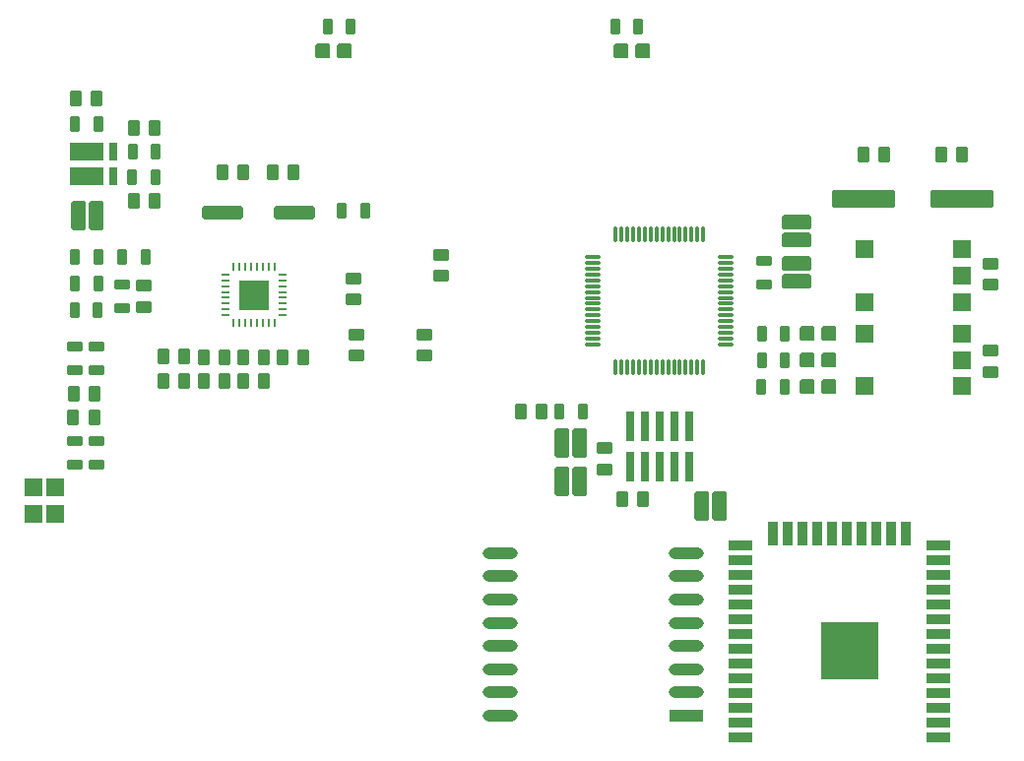
<source format=gtp>
G04 Layer_Color=8421504*
%FSLAX43Y43*%
%MOMM*%
G71*
G01*
G75*
%ADD10R,1.524X1.524*%
%ADD11R,2.600X2.600*%
%ADD12O,0.750X0.250*%
%ADD13O,0.250X0.750*%
G04:AMPARAMS|DCode=14|XSize=1.4mm|YSize=1mm|CornerRadius=0.125mm|HoleSize=0mm|Usage=FLASHONLY|Rotation=270.000|XOffset=0mm|YOffset=0mm|HoleType=Round|Shape=RoundedRectangle|*
%AMROUNDEDRECTD14*
21,1,1.400,0.750,0,0,270.0*
21,1,1.150,1.000,0,0,270.0*
1,1,0.250,-0.375,-0.575*
1,1,0.250,-0.375,0.575*
1,1,0.250,0.375,0.575*
1,1,0.250,0.375,-0.575*
%
%ADD14ROUNDEDRECTD14*%
%ADD15R,5.000X5.000*%
%ADD16R,0.900X2.000*%
%ADD17R,2.000X0.900*%
G04:AMPARAMS|DCode=18|XSize=1.27mm|YSize=2.54mm|CornerRadius=0.159mm|HoleSize=0mm|Usage=FLASHONLY|Rotation=180.000|XOffset=0mm|YOffset=0mm|HoleType=Round|Shape=RoundedRectangle|*
%AMROUNDEDRECTD18*
21,1,1.270,2.223,0,0,180.0*
21,1,0.953,2.540,0,0,180.0*
1,1,0.318,-0.476,1.111*
1,1,0.318,0.476,1.111*
1,1,0.318,0.476,-1.111*
1,1,0.318,-0.476,-1.111*
%
%ADD18ROUNDEDRECTD18*%
%ADD19R,3.000X1.000*%
%ADD20O,3.000X1.000*%
G04:AMPARAMS|DCode=21|XSize=1.27mm|YSize=1.27mm|CornerRadius=0.159mm|HoleSize=0mm|Usage=FLASHONLY|Rotation=0.000|XOffset=0mm|YOffset=0mm|HoleType=Round|Shape=RoundedRectangle|*
%AMROUNDEDRECTD21*
21,1,1.270,0.953,0,0,0.0*
21,1,0.953,1.270,0,0,0.0*
1,1,0.318,0.476,-0.476*
1,1,0.318,-0.476,-0.476*
1,1,0.318,-0.476,0.476*
1,1,0.318,0.476,0.476*
%
%ADD21ROUNDEDRECTD21*%
G04:AMPARAMS|DCode=22|XSize=1.4mm|YSize=1mm|CornerRadius=0.125mm|HoleSize=0mm|Usage=FLASHONLY|Rotation=180.000|XOffset=0mm|YOffset=0mm|HoleType=Round|Shape=RoundedRectangle|*
%AMROUNDEDRECTD22*
21,1,1.400,0.750,0,0,180.0*
21,1,1.150,1.000,0,0,180.0*
1,1,0.250,-0.575,0.375*
1,1,0.250,0.575,0.375*
1,1,0.250,0.575,-0.375*
1,1,0.250,-0.575,-0.375*
%
%ADD22ROUNDEDRECTD22*%
G04:AMPARAMS|DCode=23|XSize=3.5mm|YSize=1.2mm|CornerRadius=0.15mm|HoleSize=0mm|Usage=FLASHONLY|Rotation=180.000|XOffset=0mm|YOffset=0mm|HoleType=Round|Shape=RoundedRectangle|*
%AMROUNDEDRECTD23*
21,1,3.500,0.900,0,0,180.0*
21,1,3.200,1.200,0,0,180.0*
1,1,0.300,-1.600,0.450*
1,1,0.300,1.600,0.450*
1,1,0.300,1.600,-0.450*
1,1,0.300,-1.600,-0.450*
%
%ADD23ROUNDEDRECTD23*%
G04:AMPARAMS|DCode=24|XSize=1.3mm|YSize=0.8mm|CornerRadius=0.1mm|HoleSize=0mm|Usage=FLASHONLY|Rotation=270.000|XOffset=0mm|YOffset=0mm|HoleType=Round|Shape=RoundedRectangle|*
%AMROUNDEDRECTD24*
21,1,1.300,0.600,0,0,270.0*
21,1,1.100,0.800,0,0,270.0*
1,1,0.200,-0.300,-0.550*
1,1,0.200,-0.300,0.550*
1,1,0.200,0.300,0.550*
1,1,0.200,0.300,-0.550*
%
%ADD24ROUNDEDRECTD24*%
G04:AMPARAMS|DCode=25|XSize=1.3mm|YSize=0.8mm|CornerRadius=0.1mm|HoleSize=0mm|Usage=FLASHONLY|Rotation=180.000|XOffset=0mm|YOffset=0mm|HoleType=Round|Shape=RoundedRectangle|*
%AMROUNDEDRECTD25*
21,1,1.300,0.600,0,0,180.0*
21,1,1.100,0.800,0,0,180.0*
1,1,0.200,-0.550,0.300*
1,1,0.200,0.550,0.300*
1,1,0.200,0.550,-0.300*
1,1,0.200,-0.550,-0.300*
%
%ADD25ROUNDEDRECTD25*%
G04:AMPARAMS|DCode=26|XSize=1.27mm|YSize=2.54mm|CornerRadius=0.159mm|HoleSize=0mm|Usage=FLASHONLY|Rotation=270.000|XOffset=0mm|YOffset=0mm|HoleType=Round|Shape=RoundedRectangle|*
%AMROUNDEDRECTD26*
21,1,1.270,2.223,0,0,270.0*
21,1,0.953,2.540,0,0,270.0*
1,1,0.318,-1.111,-0.476*
1,1,0.318,-1.111,0.476*
1,1,0.318,1.111,0.476*
1,1,0.318,1.111,-0.476*
%
%ADD26ROUNDEDRECTD26*%
%ADD27R,1.500X1.500*%
%ADD28O,1.400X0.300*%
%ADD29O,0.300X1.400*%
G04:AMPARAMS|DCode=30|XSize=5.5mm|YSize=1.5mm|CornerRadius=0.188mm|HoleSize=0mm|Usage=FLASHONLY|Rotation=0.000|XOffset=0mm|YOffset=0mm|HoleType=Round|Shape=RoundedRectangle|*
%AMROUNDEDRECTD30*
21,1,5.500,1.125,0,0,0.0*
21,1,5.125,1.500,0,0,0.0*
1,1,0.375,2.563,-0.563*
1,1,0.375,-2.563,-0.563*
1,1,0.375,-2.563,0.563*
1,1,0.375,2.563,0.563*
%
%ADD30ROUNDEDRECTD30*%
%ADD31R,0.700X2.500*%
%ADD32R,0.700X1.495*%
%ADD33R,2.950X1.495*%
D10*
X12192Y20447D02*
D03*
X10287D02*
D03*
X12192Y22733D02*
D03*
X10287D02*
D03*
D11*
X29261Y39243D02*
D03*
D12*
X31686Y40993D02*
D03*
Y40493D02*
D03*
Y39993D02*
D03*
Y39493D02*
D03*
Y38993D02*
D03*
Y38493D02*
D03*
Y37993D02*
D03*
Y37493D02*
D03*
X26836D02*
D03*
Y37993D02*
D03*
Y38493D02*
D03*
Y38993D02*
D03*
Y39493D02*
D03*
Y39993D02*
D03*
Y40493D02*
D03*
Y40993D02*
D03*
D13*
X31011Y36818D02*
D03*
X30511D02*
D03*
X30011D02*
D03*
X29511D02*
D03*
X29011D02*
D03*
X28511D02*
D03*
X28011D02*
D03*
X27511D02*
D03*
Y41668D02*
D03*
X28011D02*
D03*
X28511D02*
D03*
X29011D02*
D03*
X29511D02*
D03*
X30011D02*
D03*
X30511D02*
D03*
X31011D02*
D03*
D14*
X30161Y33909D02*
D03*
X28361D02*
D03*
X30161Y31877D02*
D03*
X28361D02*
D03*
X24932Y33909D02*
D03*
X26732D02*
D03*
X24921Y31877D02*
D03*
X26721D02*
D03*
X23263D02*
D03*
X21463D02*
D03*
X23263Y33960D02*
D03*
X21463D02*
D03*
X30901Y49784D02*
D03*
X32701D02*
D03*
X28372D02*
D03*
X26572D02*
D03*
X33539Y33909D02*
D03*
X31739D02*
D03*
X13728Y28702D02*
D03*
X15528D02*
D03*
X13948Y56134D02*
D03*
X15748D02*
D03*
X18901Y53594D02*
D03*
X20701D02*
D03*
X20723Y47371D02*
D03*
X18923D02*
D03*
X60949Y21717D02*
D03*
X62749D02*
D03*
X83450Y51308D02*
D03*
X81650D02*
D03*
X88381D02*
D03*
X90181D02*
D03*
X52186Y29210D02*
D03*
X53986D02*
D03*
X15539Y30734D02*
D03*
X13739D02*
D03*
D15*
X80518Y8636D02*
D03*
D16*
X73868Y18676D02*
D03*
X75138D02*
D03*
X76408D02*
D03*
X77678D02*
D03*
X78948D02*
D03*
X80218D02*
D03*
X81488D02*
D03*
X82758D02*
D03*
X84028D02*
D03*
X85298D02*
D03*
D17*
X88078Y17676D02*
D03*
Y16406D02*
D03*
Y15136D02*
D03*
Y13866D02*
D03*
Y12596D02*
D03*
Y11326D02*
D03*
Y10056D02*
D03*
Y8786D02*
D03*
Y7516D02*
D03*
Y6246D02*
D03*
Y4976D02*
D03*
Y3706D02*
D03*
Y2436D02*
D03*
Y1166D02*
D03*
X71078D02*
D03*
Y2436D02*
D03*
Y3706D02*
D03*
Y4976D02*
D03*
Y6246D02*
D03*
Y7516D02*
D03*
Y8786D02*
D03*
Y10056D02*
D03*
Y11326D02*
D03*
Y12596D02*
D03*
Y13866D02*
D03*
Y15136D02*
D03*
Y16406D02*
D03*
Y17676D02*
D03*
D18*
X67818Y21082D02*
D03*
X69342D02*
D03*
X15748Y46101D02*
D03*
X14224D02*
D03*
X55753Y23241D02*
D03*
X57277D02*
D03*
Y26543D02*
D03*
X55753D02*
D03*
D19*
X66419Y3049D02*
D03*
D20*
Y5049D02*
D03*
Y7049D02*
D03*
Y9049D02*
D03*
Y11049D02*
D03*
Y13049D02*
D03*
Y15049D02*
D03*
Y17049D02*
D03*
X50419Y3049D02*
D03*
Y5049D02*
D03*
Y7049D02*
D03*
Y9049D02*
D03*
Y11049D02*
D03*
Y13049D02*
D03*
Y15049D02*
D03*
Y17049D02*
D03*
D21*
X76835Y33655D02*
D03*
X78740D02*
D03*
X76835Y31369D02*
D03*
X78740D02*
D03*
X76835Y35941D02*
D03*
X78740D02*
D03*
X62738Y60198D02*
D03*
X60833D02*
D03*
X35179D02*
D03*
X37084D02*
D03*
D22*
X37846Y38840D02*
D03*
Y40640D02*
D03*
X38100Y34025D02*
D03*
Y35825D02*
D03*
X19812Y38227D02*
D03*
Y40027D02*
D03*
X92583Y40121D02*
D03*
Y41921D02*
D03*
Y32628D02*
D03*
Y34428D02*
D03*
X45339Y42683D02*
D03*
Y40883D02*
D03*
X43942Y35825D02*
D03*
Y34025D02*
D03*
X59436Y26046D02*
D03*
Y24246D02*
D03*
D23*
X26572Y46355D02*
D03*
X32712D02*
D03*
D24*
X36830Y46482D02*
D03*
X38830D02*
D03*
X13843Y37973D02*
D03*
X15843D02*
D03*
X15875Y40259D02*
D03*
X13875D02*
D03*
Y42545D02*
D03*
X15875D02*
D03*
X17923D02*
D03*
X19923D02*
D03*
X15859Y53975D02*
D03*
X13859D02*
D03*
X18828Y51562D02*
D03*
X20828D02*
D03*
X18812Y49403D02*
D03*
X20812D02*
D03*
X57531Y29210D02*
D03*
X55531D02*
D03*
X74898Y31369D02*
D03*
X72898D02*
D03*
X74930Y33655D02*
D03*
X72930D02*
D03*
X74930Y35941D02*
D03*
X72930D02*
D03*
X62325Y62357D02*
D03*
X60325D02*
D03*
X35592D02*
D03*
X37592D02*
D03*
D25*
X17907Y40116D02*
D03*
Y38116D02*
D03*
X15748Y24654D02*
D03*
Y26654D02*
D03*
X13843Y24638D02*
D03*
Y26638D02*
D03*
Y32782D02*
D03*
Y34782D02*
D03*
X15748D02*
D03*
Y32782D02*
D03*
X73152Y40132D02*
D03*
Y42132D02*
D03*
D26*
X75946Y41910D02*
D03*
Y40386D02*
D03*
Y45466D02*
D03*
Y43942D02*
D03*
D27*
X90183Y40894D02*
D03*
Y38633D02*
D03*
Y43155D02*
D03*
X81775Y38633D02*
D03*
Y43155D02*
D03*
X90183Y33655D02*
D03*
Y31394D02*
D03*
Y35916D02*
D03*
X81775Y31394D02*
D03*
Y35916D02*
D03*
D28*
X69835Y42485D02*
D03*
Y41985D02*
D03*
Y41485D02*
D03*
Y40985D02*
D03*
Y40485D02*
D03*
Y39985D02*
D03*
Y39485D02*
D03*
Y38985D02*
D03*
Y38485D02*
D03*
Y37985D02*
D03*
Y37485D02*
D03*
Y36985D02*
D03*
Y36485D02*
D03*
Y35985D02*
D03*
Y35485D02*
D03*
Y34985D02*
D03*
X58435D02*
D03*
Y35485D02*
D03*
Y35985D02*
D03*
Y36485D02*
D03*
Y36985D02*
D03*
Y37485D02*
D03*
Y37985D02*
D03*
Y38485D02*
D03*
Y38985D02*
D03*
Y39485D02*
D03*
Y39985D02*
D03*
Y40485D02*
D03*
Y40985D02*
D03*
Y41485D02*
D03*
Y41985D02*
D03*
Y42485D02*
D03*
D29*
X67885Y33035D02*
D03*
X67385D02*
D03*
X66885D02*
D03*
X66385D02*
D03*
X65885D02*
D03*
X65385D02*
D03*
X64885D02*
D03*
X64385D02*
D03*
X63885D02*
D03*
X63385D02*
D03*
X62885D02*
D03*
X62385D02*
D03*
X61885D02*
D03*
X61385D02*
D03*
X60885D02*
D03*
X60385D02*
D03*
Y44435D02*
D03*
X60885D02*
D03*
X61385D02*
D03*
X61885D02*
D03*
X62385D02*
D03*
X62885D02*
D03*
X63385D02*
D03*
X63885D02*
D03*
X64385D02*
D03*
X64885D02*
D03*
X65385D02*
D03*
X65885D02*
D03*
X66385D02*
D03*
X66885D02*
D03*
X67385D02*
D03*
X67885D02*
D03*
D30*
X81661Y47498D02*
D03*
X90161D02*
D03*
D31*
X61595Y24450D02*
D03*
X62865D02*
D03*
X64135D02*
D03*
X65405D02*
D03*
X66675D02*
D03*
Y27940D02*
D03*
X65405D02*
D03*
X64135D02*
D03*
X62865D02*
D03*
X61595D02*
D03*
D32*
X17189Y49422D02*
D03*
Y51572D02*
D03*
D33*
X14859Y49422D02*
D03*
Y51562D02*
D03*
M02*

</source>
